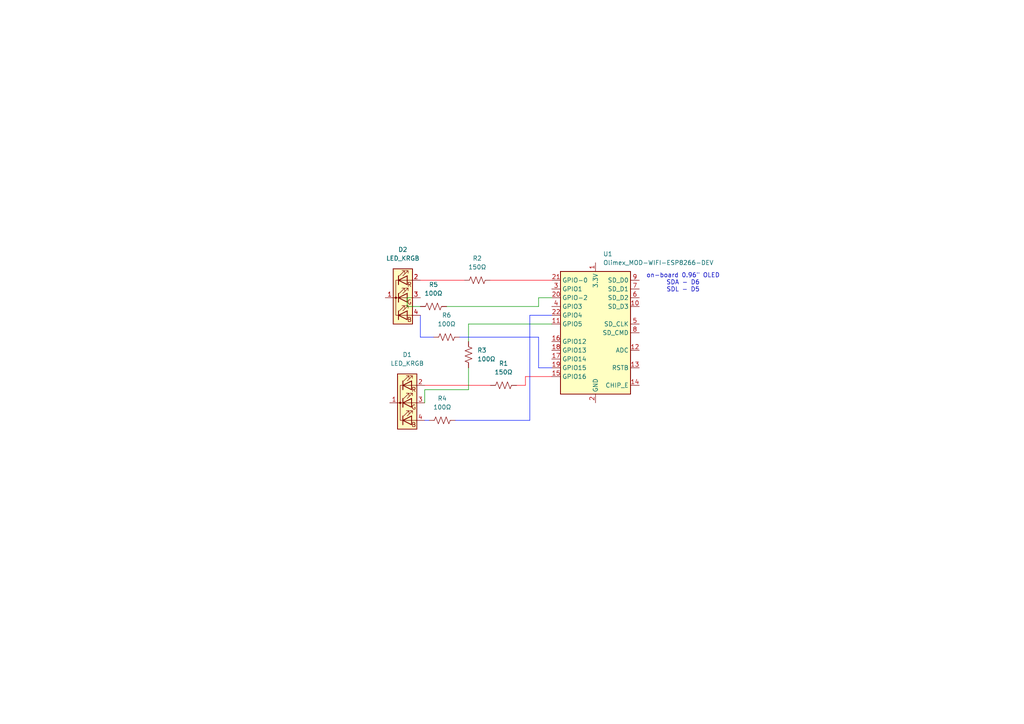
<source format=kicad_sch>
(kicad_sch
	(version 20231120)
	(generator "eeschema")
	(generator_version "8.0")
	(uuid "64004742-e4e4-483d-9bdc-7f12c62527d3")
	(paper "A4")
	(title_block
		(title "Remote LED")
	)
	(lib_symbols
		(symbol "Device:LED_KRGB"
			(pin_names
				(offset 0) hide)
			(exclude_from_sim no)
			(in_bom yes)
			(on_board yes)
			(property "Reference" "D"
				(at 0 9.398 0)
				(effects
					(font
						(size 1.27 1.27)
					)
				)
			)
			(property "Value" "LED_KRGB"
				(at 0 -8.89 0)
				(effects
					(font
						(size 1.27 1.27)
					)
				)
			)
			(property "Footprint" ""
				(at 0 -1.27 0)
				(effects
					(font
						(size 1.27 1.27)
					)
					(hide yes)
				)
			)
			(property "Datasheet" "~"
				(at 0 -1.27 0)
				(effects
					(font
						(size 1.27 1.27)
					)
					(hide yes)
				)
			)
			(property "Description" "RGB LED, cathode/red/green/blue"
				(at 0 0 0)
				(effects
					(font
						(size 1.27 1.27)
					)
					(hide yes)
				)
			)
			(property "ki_keywords" "LED RGB diode"
				(at 0 0 0)
				(effects
					(font
						(size 1.27 1.27)
					)
					(hide yes)
				)
			)
			(property "ki_fp_filters" "LED* LED_SMD:* LED_THT:*"
				(at 0 0 0)
				(effects
					(font
						(size 1.27 1.27)
					)
					(hide yes)
				)
			)
			(symbol "LED_KRGB_0_0"
				(text "B"
					(at 1.905 -6.35 0)
					(effects
						(font
							(size 1.27 1.27)
						)
					)
				)
				(text "G"
					(at 1.905 -1.27 0)
					(effects
						(font
							(size 1.27 1.27)
						)
					)
				)
				(text "R"
					(at 1.905 3.81 0)
					(effects
						(font
							(size 1.27 1.27)
						)
					)
				)
			)
			(symbol "LED_KRGB_0_1"
				(circle
					(center -2.032 0)
					(radius 0.254)
					(stroke
						(width 0)
						(type default)
					)
					(fill
						(type outline)
					)
				)
				(polyline
					(pts
						(xy -1.27 -5.08) (xy 1.27 -5.08)
					)
					(stroke
						(width 0)
						(type default)
					)
					(fill
						(type none)
					)
				)
				(polyline
					(pts
						(xy -1.27 -3.81) (xy -1.27 -6.35)
					)
					(stroke
						(width 0.254)
						(type default)
					)
					(fill
						(type none)
					)
				)
				(polyline
					(pts
						(xy -1.27 0) (xy -2.54 0)
					)
					(stroke
						(width 0)
						(type default)
					)
					(fill
						(type none)
					)
				)
				(polyline
					(pts
						(xy -1.27 1.27) (xy -1.27 -1.27)
					)
					(stroke
						(width 0.254)
						(type default)
					)
					(fill
						(type none)
					)
				)
				(polyline
					(pts
						(xy -1.27 5.08) (xy 1.27 5.08)
					)
					(stroke
						(width 0)
						(type default)
					)
					(fill
						(type none)
					)
				)
				(polyline
					(pts
						(xy -1.27 6.35) (xy -1.27 3.81)
					)
					(stroke
						(width 0.254)
						(type default)
					)
					(fill
						(type none)
					)
				)
				(polyline
					(pts
						(xy 1.27 -5.08) (xy 2.54 -5.08)
					)
					(stroke
						(width 0)
						(type default)
					)
					(fill
						(type none)
					)
				)
				(polyline
					(pts
						(xy 1.27 0) (xy -1.27 0)
					)
					(stroke
						(width 0)
						(type default)
					)
					(fill
						(type none)
					)
				)
				(polyline
					(pts
						(xy 1.27 0) (xy 2.54 0)
					)
					(stroke
						(width 0)
						(type default)
					)
					(fill
						(type none)
					)
				)
				(polyline
					(pts
						(xy 1.27 5.08) (xy 2.54 5.08)
					)
					(stroke
						(width 0)
						(type default)
					)
					(fill
						(type none)
					)
				)
				(polyline
					(pts
						(xy -1.27 1.27) (xy -1.27 -1.27) (xy -1.27 -1.27)
					)
					(stroke
						(width 0)
						(type default)
					)
					(fill
						(type none)
					)
				)
				(polyline
					(pts
						(xy -1.27 6.35) (xy -1.27 3.81) (xy -1.27 3.81)
					)
					(stroke
						(width 0)
						(type default)
					)
					(fill
						(type none)
					)
				)
				(polyline
					(pts
						(xy -1.27 5.08) (xy -2.032 5.08) (xy -2.032 -5.08) (xy -1.016 -5.08)
					)
					(stroke
						(width 0)
						(type default)
					)
					(fill
						(type none)
					)
				)
				(polyline
					(pts
						(xy 1.27 -3.81) (xy 1.27 -6.35) (xy -1.27 -5.08) (xy 1.27 -3.81)
					)
					(stroke
						(width 0.254)
						(type default)
					)
					(fill
						(type none)
					)
				)
				(polyline
					(pts
						(xy 1.27 1.27) (xy 1.27 -1.27) (xy -1.27 0) (xy 1.27 1.27)
					)
					(stroke
						(width 0.254)
						(type default)
					)
					(fill
						(type none)
					)
				)
				(polyline
					(pts
						(xy 1.27 6.35) (xy 1.27 3.81) (xy -1.27 5.08) (xy 1.27 6.35)
					)
					(stroke
						(width 0.254)
						(type default)
					)
					(fill
						(type none)
					)
				)
				(polyline
					(pts
						(xy -1.016 -3.81) (xy 0.508 -2.286) (xy -0.254 -2.286) (xy 0.508 -2.286) (xy 0.508 -3.048)
					)
					(stroke
						(width 0)
						(type default)
					)
					(fill
						(type none)
					)
				)
				(polyline
					(pts
						(xy -1.016 1.27) (xy 0.508 2.794) (xy -0.254 2.794) (xy 0.508 2.794) (xy 0.508 2.032)
					)
					(stroke
						(width 0)
						(type default)
					)
					(fill
						(type none)
					)
				)
				(polyline
					(pts
						(xy -1.016 6.35) (xy 0.508 7.874) (xy -0.254 7.874) (xy 0.508 7.874) (xy 0.508 7.112)
					)
					(stroke
						(width 0)
						(type default)
					)
					(fill
						(type none)
					)
				)
				(polyline
					(pts
						(xy 0 -3.81) (xy 1.524 -2.286) (xy 0.762 -2.286) (xy 1.524 -2.286) (xy 1.524 -3.048)
					)
					(stroke
						(width 0)
						(type default)
					)
					(fill
						(type none)
					)
				)
				(polyline
					(pts
						(xy 0 1.27) (xy 1.524 2.794) (xy 0.762 2.794) (xy 1.524 2.794) (xy 1.524 2.032)
					)
					(stroke
						(width 0)
						(type default)
					)
					(fill
						(type none)
					)
				)
				(polyline
					(pts
						(xy 0 6.35) (xy 1.524 7.874) (xy 0.762 7.874) (xy 1.524 7.874) (xy 1.524 7.112)
					)
					(stroke
						(width 0)
						(type default)
					)
					(fill
						(type none)
					)
				)
				(rectangle
					(start 1.27 -1.27)
					(end 1.27 1.27)
					(stroke
						(width 0)
						(type default)
					)
					(fill
						(type none)
					)
				)
				(rectangle
					(start 1.27 1.27)
					(end 1.27 1.27)
					(stroke
						(width 0)
						(type default)
					)
					(fill
						(type none)
					)
				)
				(rectangle
					(start 1.27 3.81)
					(end 1.27 6.35)
					(stroke
						(width 0)
						(type default)
					)
					(fill
						(type none)
					)
				)
				(rectangle
					(start 1.27 6.35)
					(end 1.27 6.35)
					(stroke
						(width 0)
						(type default)
					)
					(fill
						(type none)
					)
				)
				(rectangle
					(start 2.794 8.382)
					(end -2.794 -7.62)
					(stroke
						(width 0.254)
						(type default)
					)
					(fill
						(type background)
					)
				)
			)
			(symbol "LED_KRGB_1_1"
				(pin passive line
					(at -5.08 0 0)
					(length 2.54)
					(name "K"
						(effects
							(font
								(size 1.27 1.27)
							)
						)
					)
					(number "1"
						(effects
							(font
								(size 1.27 1.27)
							)
						)
					)
				)
				(pin passive line
					(at 5.08 5.08 180)
					(length 2.54)
					(name "RA"
						(effects
							(font
								(size 1.27 1.27)
							)
						)
					)
					(number "2"
						(effects
							(font
								(size 1.27 1.27)
							)
						)
					)
				)
				(pin passive line
					(at 5.08 0 180)
					(length 2.54)
					(name "GA"
						(effects
							(font
								(size 1.27 1.27)
							)
						)
					)
					(number "3"
						(effects
							(font
								(size 1.27 1.27)
							)
						)
					)
				)
				(pin passive line
					(at 5.08 -5.08 180)
					(length 2.54)
					(name "BA"
						(effects
							(font
								(size 1.27 1.27)
							)
						)
					)
					(number "4"
						(effects
							(font
								(size 1.27 1.27)
							)
						)
					)
				)
			)
		)
		(symbol "Device:R_US"
			(pin_numbers hide)
			(pin_names
				(offset 0)
			)
			(exclude_from_sim no)
			(in_bom yes)
			(on_board yes)
			(property "Reference" "R"
				(at 2.54 0 90)
				(effects
					(font
						(size 1.27 1.27)
					)
				)
			)
			(property "Value" "R_US"
				(at -2.54 0 90)
				(effects
					(font
						(size 1.27 1.27)
					)
				)
			)
			(property "Footprint" ""
				(at 1.016 -0.254 90)
				(effects
					(font
						(size 1.27 1.27)
					)
					(hide yes)
				)
			)
			(property "Datasheet" "~"
				(at 0 0 0)
				(effects
					(font
						(size 1.27 1.27)
					)
					(hide yes)
				)
			)
			(property "Description" "Resistor, US symbol"
				(at 0 0 0)
				(effects
					(font
						(size 1.27 1.27)
					)
					(hide yes)
				)
			)
			(property "ki_keywords" "R res resistor"
				(at 0 0 0)
				(effects
					(font
						(size 1.27 1.27)
					)
					(hide yes)
				)
			)
			(property "ki_fp_filters" "R_*"
				(at 0 0 0)
				(effects
					(font
						(size 1.27 1.27)
					)
					(hide yes)
				)
			)
			(symbol "R_US_0_1"
				(polyline
					(pts
						(xy 0 -2.286) (xy 0 -2.54)
					)
					(stroke
						(width 0)
						(type default)
					)
					(fill
						(type none)
					)
				)
				(polyline
					(pts
						(xy 0 2.286) (xy 0 2.54)
					)
					(stroke
						(width 0)
						(type default)
					)
					(fill
						(type none)
					)
				)
				(polyline
					(pts
						(xy 0 -0.762) (xy 1.016 -1.143) (xy 0 -1.524) (xy -1.016 -1.905) (xy 0 -2.286)
					)
					(stroke
						(width 0)
						(type default)
					)
					(fill
						(type none)
					)
				)
				(polyline
					(pts
						(xy 0 0.762) (xy 1.016 0.381) (xy 0 0) (xy -1.016 -0.381) (xy 0 -0.762)
					)
					(stroke
						(width 0)
						(type default)
					)
					(fill
						(type none)
					)
				)
				(polyline
					(pts
						(xy 0 2.286) (xy 1.016 1.905) (xy 0 1.524) (xy -1.016 1.143) (xy 0 0.762)
					)
					(stroke
						(width 0)
						(type default)
					)
					(fill
						(type none)
					)
				)
			)
			(symbol "R_US_1_1"
				(pin passive line
					(at 0 3.81 270)
					(length 1.27)
					(name "~"
						(effects
							(font
								(size 1.27 1.27)
							)
						)
					)
					(number "1"
						(effects
							(font
								(size 1.27 1.27)
							)
						)
					)
				)
				(pin passive line
					(at 0 -3.81 90)
					(length 1.27)
					(name "~"
						(effects
							(font
								(size 1.27 1.27)
							)
						)
					)
					(number "2"
						(effects
							(font
								(size 1.27 1.27)
							)
						)
					)
				)
			)
		)
		(symbol "MCU_Module:Olimex_MOD-WIFI-ESP8266-DEV"
			(exclude_from_sim no)
			(in_bom yes)
			(on_board yes)
			(property "Reference" "U"
				(at 1.27 21.59 0)
				(effects
					(font
						(size 1.27 1.27)
					)
					(justify left)
				)
			)
			(property "Value" "Olimex_MOD-WIFI-ESP8266-DEV"
				(at 1.27 19.05 0)
				(effects
					(font
						(size 1.27 1.27)
					)
					(justify left)
				)
			)
			(property "Footprint" "Module:Olimex_MOD-WIFI-ESP8266-DEV"
				(at 0 -33.02 0)
				(effects
					(font
						(size 1.27 1.27)
					)
					(hide yes)
				)
			)
			(property "Datasheet" "https://raw.githubusercontent.com/OLIMEX/ESP8266/master/HARDWARE/MOD-WIFI-ESP8266-DEV/MOD-WiFi-ESP8266-DEV%20revision%20B2/MOD-WiFi-ESP8266-DEV_Rev_B2.pdf"
				(at 0 -30.48 0)
				(effects
					(font
						(size 1.27 1.27)
					)
					(hide yes)
				)
			)
			(property "Description" "ESP8266 development board"
				(at 0 0 0)
				(effects
					(font
						(size 1.27 1.27)
					)
					(hide yes)
				)
			)
			(property "ki_keywords" "ESP8266"
				(at 0 0 0)
				(effects
					(font
						(size 1.27 1.27)
					)
					(hide yes)
				)
			)
			(property "ki_fp_filters" "*MOD?WIFI?ESP8266?DEV*"
				(at 0 0 0)
				(effects
					(font
						(size 1.27 1.27)
					)
					(hide yes)
				)
			)
			(symbol "Olimex_MOD-WIFI-ESP8266-DEV_0_1"
				(rectangle
					(start -10.16 17.78)
					(end 10.16 -17.78)
					(stroke
						(width 0.254)
						(type default)
					)
					(fill
						(type background)
					)
				)
			)
			(symbol "Olimex_MOD-WIFI-ESP8266-DEV_1_1"
				(pin power_in line
					(at 0 20.32 270)
					(length 2.54)
					(name "3.3V"
						(effects
							(font
								(size 1.27 1.27)
							)
						)
					)
					(number "1"
						(effects
							(font
								(size 1.27 1.27)
							)
						)
					)
				)
				(pin unspecified line
					(at 12.7 7.62 180)
					(length 2.54)
					(name "SD_D3"
						(effects
							(font
								(size 1.27 1.27)
							)
						)
					)
					(number "10"
						(effects
							(font
								(size 1.27 1.27)
							)
						)
					)
				)
				(pin bidirectional line
					(at -12.7 2.54 0)
					(length 2.54)
					(name "GPIO5"
						(effects
							(font
								(size 1.27 1.27)
							)
						)
					)
					(number "11"
						(effects
							(font
								(size 1.27 1.27)
							)
						)
					)
				)
				(pin unspecified line
					(at 12.7 -5.08 180)
					(length 2.54)
					(name "ADC"
						(effects
							(font
								(size 1.27 1.27)
							)
						)
					)
					(number "12"
						(effects
							(font
								(size 1.27 1.27)
							)
						)
					)
				)
				(pin input line
					(at 12.7 -10.16 180)
					(length 2.54)
					(name "RSTB"
						(effects
							(font
								(size 1.27 1.27)
							)
						)
					)
					(number "13"
						(effects
							(font
								(size 1.27 1.27)
							)
						)
					)
				)
				(pin unspecified line
					(at 12.7 -15.24 180)
					(length 2.54)
					(name "CHIP_E"
						(effects
							(font
								(size 1.27 1.27)
							)
						)
					)
					(number "14"
						(effects
							(font
								(size 1.27 1.27)
							)
						)
					)
				)
				(pin bidirectional line
					(at -12.7 -12.7 0)
					(length 2.54)
					(name "GPIO16"
						(effects
							(font
								(size 1.27 1.27)
							)
						)
					)
					(number "15"
						(effects
							(font
								(size 1.27 1.27)
							)
						)
					)
				)
				(pin bidirectional line
					(at -12.7 -2.54 0)
					(length 2.54)
					(name "GPIO12"
						(effects
							(font
								(size 1.27 1.27)
							)
						)
					)
					(number "16"
						(effects
							(font
								(size 1.27 1.27)
							)
						)
					)
				)
				(pin bidirectional line
					(at -12.7 -7.62 0)
					(length 2.54)
					(name "GPIO14"
						(effects
							(font
								(size 1.27 1.27)
							)
						)
					)
					(number "17"
						(effects
							(font
								(size 1.27 1.27)
							)
						)
					)
				)
				(pin bidirectional line
					(at -12.7 -5.08 0)
					(length 2.54)
					(name "GPIO13"
						(effects
							(font
								(size 1.27 1.27)
							)
						)
					)
					(number "18"
						(effects
							(font
								(size 1.27 1.27)
							)
						)
					)
				)
				(pin bidirectional line
					(at -12.7 -10.16 0)
					(length 2.54)
					(name "GPIO15"
						(effects
							(font
								(size 1.27 1.27)
							)
						)
					)
					(number "19"
						(effects
							(font
								(size 1.27 1.27)
							)
						)
					)
				)
				(pin power_in line
					(at 0 -20.32 90)
					(length 2.54)
					(name "GND"
						(effects
							(font
								(size 1.27 1.27)
							)
						)
					)
					(number "2"
						(effects
							(font
								(size 1.27 1.27)
							)
						)
					)
				)
				(pin bidirectional line
					(at -12.7 10.16 0)
					(length 2.54)
					(name "GPIO-2"
						(effects
							(font
								(size 1.27 1.27)
							)
						)
					)
					(number "20"
						(effects
							(font
								(size 1.27 1.27)
							)
						)
					)
				)
				(pin bidirectional line
					(at -12.7 15.24 0)
					(length 2.54)
					(name "GPIO-0"
						(effects
							(font
								(size 1.27 1.27)
							)
						)
					)
					(number "21"
						(effects
							(font
								(size 1.27 1.27)
							)
						)
					)
				)
				(pin bidirectional line
					(at -12.7 5.08 0)
					(length 2.54)
					(name "GPIO4"
						(effects
							(font
								(size 1.27 1.27)
							)
						)
					)
					(number "22"
						(effects
							(font
								(size 1.27 1.27)
							)
						)
					)
				)
				(pin bidirectional line
					(at -12.7 12.7 0)
					(length 2.54)
					(name "GPIO1"
						(effects
							(font
								(size 1.27 1.27)
							)
						)
					)
					(number "3"
						(effects
							(font
								(size 1.27 1.27)
							)
						)
					)
				)
				(pin bidirectional line
					(at -12.7 7.62 0)
					(length 2.54)
					(name "GPIO3"
						(effects
							(font
								(size 1.27 1.27)
							)
						)
					)
					(number "4"
						(effects
							(font
								(size 1.27 1.27)
							)
						)
					)
				)
				(pin unspecified line
					(at 12.7 2.54 180)
					(length 2.54)
					(name "SD_CLK"
						(effects
							(font
								(size 1.27 1.27)
							)
						)
					)
					(number "5"
						(effects
							(font
								(size 1.27 1.27)
							)
						)
					)
				)
				(pin unspecified line
					(at 12.7 10.16 180)
					(length 2.54)
					(name "SD_D2"
						(effects
							(font
								(size 1.27 1.27)
							)
						)
					)
					(number "6"
						(effects
							(font
								(size 1.27 1.27)
							)
						)
					)
				)
				(pin unspecified line
					(at 12.7 12.7 180)
					(length 2.54)
					(name "SD_D1"
						(effects
							(font
								(size 1.27 1.27)
							)
						)
					)
					(number "7"
						(effects
							(font
								(size 1.27 1.27)
							)
						)
					)
				)
				(pin unspecified line
					(at 12.7 0 180)
					(length 2.54)
					(name "SD_CMD"
						(effects
							(font
								(size 1.27 1.27)
							)
						)
					)
					(number "8"
						(effects
							(font
								(size 1.27 1.27)
							)
						)
					)
				)
				(pin unspecified line
					(at 12.7 15.24 180)
					(length 2.54)
					(name "SD_D0"
						(effects
							(font
								(size 1.27 1.27)
							)
						)
					)
					(number "9"
						(effects
							(font
								(size 1.27 1.27)
							)
						)
					)
				)
			)
		)
	)
	(wire
		(pts
			(xy 125.73 97.79) (xy 121.92 97.79)
		)
		(stroke
			(width 0)
			(type default)
			(color 0 19 255 1)
		)
		(uuid "06c99155-7de2-4d2f-94b3-7102347806f5")
	)
	(wire
		(pts
			(xy 156.21 106.68) (xy 160.02 106.68)
		)
		(stroke
			(width 0)
			(type default)
			(color 0 19 255 1)
		)
		(uuid "0b1ff994-0feb-4065-b5db-a2cfcec0c31f")
	)
	(wire
		(pts
			(xy 156.21 97.79) (xy 156.21 106.68)
		)
		(stroke
			(width 0)
			(type default)
			(color 0 19 255 1)
		)
		(uuid "0e71e2fe-eafd-4562-896c-b90ff76e31df")
	)
	(wire
		(pts
			(xy 135.89 93.98) (xy 160.02 93.98)
		)
		(stroke
			(width 0)
			(type default)
		)
		(uuid "159cb1ab-ec08-4bb0-8e4e-35649bd8f3a8")
	)
	(wire
		(pts
			(xy 152.4 111.76) (xy 152.4 109.22)
		)
		(stroke
			(width 0)
			(type default)
			(color 255 0 19 1)
		)
		(uuid "16e122cb-4e22-45fc-bfe8-05f0e7a3a955")
	)
	(wire
		(pts
			(xy 135.89 93.98) (xy 135.89 99.06)
		)
		(stroke
			(width 0)
			(type default)
		)
		(uuid "329cdac1-51b8-46b1-93b3-74c18d1862d3")
	)
	(wire
		(pts
			(xy 152.4 109.22) (xy 160.02 109.22)
		)
		(stroke
			(width 0)
			(type default)
			(color 255 0 19 1)
		)
		(uuid "39fe96ac-7a71-4ae1-a4e5-747a6aa019da")
	)
	(wire
		(pts
			(xy 123.19 111.76) (xy 142.24 111.76)
		)
		(stroke
			(width 0)
			(type default)
			(color 255 0 19 1)
		)
		(uuid "3a557a6e-cc4d-47b6-b7fa-f1ef1e2b0a55")
	)
	(wire
		(pts
			(xy 142.24 81.28) (xy 160.02 81.28)
		)
		(stroke
			(width 0)
			(type default)
			(color 255 0 19 1)
		)
		(uuid "48387173-60ac-41b7-bf64-529a87c2ab5b")
	)
	(wire
		(pts
			(xy 153.67 91.44) (xy 153.67 121.92)
		)
		(stroke
			(width 0)
			(type default)
			(color 0 19 255 1)
		)
		(uuid "569b6b22-6d36-4f88-92a1-5df1fd1dc695")
	)
	(wire
		(pts
			(xy 132.08 121.92) (xy 153.67 121.92)
		)
		(stroke
			(width 0)
			(type default)
			(color 0 19 255 1)
		)
		(uuid "5b098dad-9da6-4312-96b7-704e308d5d2e")
	)
	(wire
		(pts
			(xy 123.19 113.03) (xy 123.19 116.84)
		)
		(stroke
			(width 0)
			(type default)
		)
		(uuid "5e023bf6-1b1b-4664-b48a-b0f068d16015")
	)
	(wire
		(pts
			(xy 121.92 97.79) (xy 121.92 91.44)
		)
		(stroke
			(width 0)
			(type default)
			(color 0 19 255 1)
		)
		(uuid "6055c292-17fe-4dd9-af65-251bd6fe0338")
	)
	(wire
		(pts
			(xy 124.46 121.92) (xy 123.19 121.92)
		)
		(stroke
			(width 0)
			(type default)
			(color 0 19 255 1)
		)
		(uuid "6a222b63-ebee-4172-8603-e45876d58ea3")
	)
	(wire
		(pts
			(xy 156.21 88.9) (xy 156.21 86.36)
		)
		(stroke
			(width 0)
			(type default)
		)
		(uuid "7efc1703-37b2-4854-9ab8-e798b3f293dd")
	)
	(wire
		(pts
			(xy 156.21 86.36) (xy 160.02 86.36)
		)
		(stroke
			(width 0)
			(type default)
		)
		(uuid "86780903-4c75-4913-bf1e-23f6f93d4d5d")
	)
	(wire
		(pts
			(xy 133.35 97.79) (xy 156.21 97.79)
		)
		(stroke
			(width 0)
			(type default)
			(color 0 19 255 1)
		)
		(uuid "8bc3345c-052b-49ac-85e7-fd8aa3ac185a")
	)
	(wire
		(pts
			(xy 121.92 88.9) (xy 118.11 88.9)
		)
		(stroke
			(width 0)
			(type default)
		)
		(uuid "92391384-1885-4793-a9cf-16730dc7ea95")
	)
	(wire
		(pts
			(xy 118.11 88.9) (xy 118.11 86.36)
		)
		(stroke
			(width 0)
			(type default)
		)
		(uuid "b0638243-78c0-44e1-8c2f-53ca8e1ca004")
	)
	(wire
		(pts
			(xy 118.11 86.36) (xy 121.92 86.36)
		)
		(stroke
			(width 0)
			(type default)
		)
		(uuid "b1a122f6-dc51-4947-9a31-cb28683df086")
	)
	(wire
		(pts
			(xy 129.54 88.9) (xy 156.21 88.9)
		)
		(stroke
			(width 0)
			(type default)
		)
		(uuid "b2cfd806-ecbf-4dba-adfb-9c1c4c92283f")
	)
	(wire
		(pts
			(xy 135.89 113.03) (xy 123.19 113.03)
		)
		(stroke
			(width 0)
			(type default)
		)
		(uuid "c8e54817-b94d-443d-b11b-f0a18a7f2045")
	)
	(wire
		(pts
			(xy 149.86 111.76) (xy 152.4 111.76)
		)
		(stroke
			(width 0)
			(type default)
			(color 255 0 19 1)
		)
		(uuid "d9369f62-7cfb-43f6-b722-ff99844b75bd")
	)
	(wire
		(pts
			(xy 153.67 91.44) (xy 160.02 91.44)
		)
		(stroke
			(width 0)
			(type default)
			(color 0 19 255 1)
		)
		(uuid "dfa95707-08e4-4411-9ee6-a60dc0e801c8")
	)
	(wire
		(pts
			(xy 121.92 81.28) (xy 134.62 81.28)
		)
		(stroke
			(width 0)
			(type default)
			(color 255 0 19 1)
		)
		(uuid "f257da99-fd56-4f23-a589-b1a28ca46d05")
	)
	(wire
		(pts
			(xy 135.89 106.68) (xy 135.89 113.03)
		)
		(stroke
			(width 0)
			(type default)
		)
		(uuid "f941713c-3042-4ee9-a66f-896dc11d1871")
	)
	(text "on-board 0.96\" OLED\nSDA - D6\nSDL - D5"
		(exclude_from_sim no)
		(at 198.12 82.042 0)
		(effects
			(font
				(size 1.27 1.27)
			)
		)
		(uuid "d59c6047-920f-48f1-9199-b96ec03e5898")
	)
	(symbol
		(lib_id "Device:R_US")
		(at 125.73 88.9 270)
		(unit 1)
		(exclude_from_sim no)
		(in_bom yes)
		(on_board yes)
		(dnp no)
		(fields_autoplaced yes)
		(uuid "219dd2c5-6644-4fe3-bbeb-1e31891e1e3f")
		(property "Reference" "R5"
			(at 125.73 82.55 90)
			(effects
				(font
					(size 1.27 1.27)
				)
			)
		)
		(property "Value" "100Ω"
			(at 125.73 85.09 90)
			(effects
				(font
					(size 1.27 1.27)
				)
			)
		)
		(property "Footprint" ""
			(at 125.476 89.916 90)
			(effects
				(font
					(size 1.27 1.27)
				)
				(hide yes)
			)
		)
		(property "Datasheet" "~"
			(at 125.73 88.9 0)
			(effects
				(font
					(size 1.27 1.27)
				)
				(hide yes)
			)
		)
		(property "Description" "Resistor, US symbol"
			(at 125.73 88.9 0)
			(effects
				(font
					(size 1.27 1.27)
				)
				(hide yes)
			)
		)
		(pin "1"
			(uuid "293a9e33-6977-4ae0-9b20-d61301462f9a")
		)
		(pin "2"
			(uuid "07156040-03b0-44de-bfd9-11a9cb424e4c")
		)
		(instances
			(project "Remote_LED"
				(path "/64004742-e4e4-483d-9bdc-7f12c62527d3"
					(reference "R5")
					(unit 1)
				)
			)
		)
	)
	(symbol
		(lib_id "Device:R_US")
		(at 128.27 121.92 270)
		(unit 1)
		(exclude_from_sim no)
		(in_bom yes)
		(on_board yes)
		(dnp no)
		(fields_autoplaced yes)
		(uuid "30afa3ee-cbbb-472f-9e88-3a9323c37bd9")
		(property "Reference" "R4"
			(at 128.27 115.57 90)
			(effects
				(font
					(size 1.27 1.27)
				)
			)
		)
		(property "Value" "100Ω"
			(at 128.27 118.11 90)
			(effects
				(font
					(size 1.27 1.27)
				)
			)
		)
		(property "Footprint" ""
			(at 128.016 122.936 90)
			(effects
				(font
					(size 1.27 1.27)
				)
				(hide yes)
			)
		)
		(property "Datasheet" "~"
			(at 128.27 121.92 0)
			(effects
				(font
					(size 1.27 1.27)
				)
				(hide yes)
			)
		)
		(property "Description" "Resistor, US symbol"
			(at 128.27 121.92 0)
			(effects
				(font
					(size 1.27 1.27)
				)
				(hide yes)
			)
		)
		(pin "1"
			(uuid "d7dd71e7-26c4-46ea-9176-d037c42118e5")
		)
		(pin "2"
			(uuid "4df7302e-9c25-4299-bdae-c7005b3514ad")
		)
		(instances
			(project "Remote_LED"
				(path "/64004742-e4e4-483d-9bdc-7f12c62527d3"
					(reference "R4")
					(unit 1)
				)
			)
		)
	)
	(symbol
		(lib_id "Device:LED_KRGB")
		(at 116.84 86.36 0)
		(unit 1)
		(exclude_from_sim no)
		(in_bom yes)
		(on_board yes)
		(dnp no)
		(fields_autoplaced yes)
		(uuid "32091b4e-c34a-46b7-b1da-20c779f3c858")
		(property "Reference" "D2"
			(at 116.84 72.39 0)
			(effects
				(font
					(size 1.27 1.27)
				)
			)
		)
		(property "Value" "LED_KRGB"
			(at 116.84 74.93 0)
			(effects
				(font
					(size 1.27 1.27)
				)
			)
		)
		(property "Footprint" ""
			(at 116.84 87.63 0)
			(effects
				(font
					(size 1.27 1.27)
				)
				(hide yes)
			)
		)
		(property "Datasheet" "~"
			(at 116.84 87.63 0)
			(effects
				(font
					(size 1.27 1.27)
				)
				(hide yes)
			)
		)
		(property "Description" "RGB LED, cathode/red/green/blue"
			(at 116.84 86.36 0)
			(effects
				(font
					(size 1.27 1.27)
				)
				(hide yes)
			)
		)
		(pin "2"
			(uuid "fba00b1c-7c65-493b-9617-da1fafc315bf")
		)
		(pin "4"
			(uuid "55380b71-f35c-48c8-a80d-e081b578baff")
		)
		(pin "1"
			(uuid "6902733d-6396-414e-a8b7-824e22f1ea3c")
		)
		(pin "3"
			(uuid "391e6833-c748-49be-8fdf-5a476d9528df")
		)
		(instances
			(project "Remote_LED"
				(path "/64004742-e4e4-483d-9bdc-7f12c62527d3"
					(reference "D2")
					(unit 1)
				)
			)
		)
	)
	(symbol
		(lib_id "Device:R_US")
		(at 138.43 81.28 270)
		(unit 1)
		(exclude_from_sim no)
		(in_bom yes)
		(on_board yes)
		(dnp no)
		(fields_autoplaced yes)
		(uuid "336f63f3-9efa-4def-88f0-270b0a04d202")
		(property "Reference" "R2"
			(at 138.43 74.93 90)
			(effects
				(font
					(size 1.27 1.27)
				)
			)
		)
		(property "Value" "150Ω"
			(at 138.43 77.47 90)
			(effects
				(font
					(size 1.27 1.27)
				)
			)
		)
		(property "Footprint" ""
			(at 138.176 82.296 90)
			(effects
				(font
					(size 1.27 1.27)
				)
				(hide yes)
			)
		)
		(property "Datasheet" "~"
			(at 138.43 81.28 0)
			(effects
				(font
					(size 1.27 1.27)
				)
				(hide yes)
			)
		)
		(property "Description" "Resistor, US symbol"
			(at 138.43 81.28 0)
			(effects
				(font
					(size 1.27 1.27)
				)
				(hide yes)
			)
		)
		(pin "1"
			(uuid "2127bd84-9d2b-4715-a075-8c702ec1e7e0")
		)
		(pin "2"
			(uuid "9b6a7389-d4d2-443d-85fb-0e3539082240")
		)
		(instances
			(project "Remote_LED"
				(path "/64004742-e4e4-483d-9bdc-7f12c62527d3"
					(reference "R2")
					(unit 1)
				)
			)
		)
	)
	(symbol
		(lib_id "Device:R_US")
		(at 129.54 97.79 270)
		(unit 1)
		(exclude_from_sim no)
		(in_bom yes)
		(on_board yes)
		(dnp no)
		(fields_autoplaced yes)
		(uuid "7c17c484-500e-4de1-aa88-2560afb185fd")
		(property "Reference" "R6"
			(at 129.54 91.44 90)
			(effects
				(font
					(size 1.27 1.27)
				)
			)
		)
		(property "Value" "100Ω"
			(at 129.54 93.98 90)
			(effects
				(font
					(size 1.27 1.27)
				)
			)
		)
		(property "Footprint" ""
			(at 129.286 98.806 90)
			(effects
				(font
					(size 1.27 1.27)
				)
				(hide yes)
			)
		)
		(property "Datasheet" "~"
			(at 129.54 97.79 0)
			(effects
				(font
					(size 1.27 1.27)
				)
				(hide yes)
			)
		)
		(property "Description" "Resistor, US symbol"
			(at 129.54 97.79 0)
			(effects
				(font
					(size 1.27 1.27)
				)
				(hide yes)
			)
		)
		(pin "1"
			(uuid "d9e04903-0ce8-4e72-ad31-4eca13875eb8")
		)
		(pin "2"
			(uuid "e74d30e4-63c9-48ec-94b2-5ef3f4e604f6")
		)
		(instances
			(project "Remote_LED"
				(path "/64004742-e4e4-483d-9bdc-7f12c62527d3"
					(reference "R6")
					(unit 1)
				)
			)
		)
	)
	(symbol
		(lib_id "MCU_Module:Olimex_MOD-WIFI-ESP8266-DEV")
		(at 172.72 96.52 0)
		(unit 1)
		(exclude_from_sim no)
		(in_bom yes)
		(on_board yes)
		(dnp no)
		(fields_autoplaced yes)
		(uuid "904353f2-06c9-44b5-817d-31c9a17af321")
		(property "Reference" "U1"
			(at 174.9141 73.66 0)
			(effects
				(font
					(size 1.27 1.27)
				)
				(justify left)
			)
		)
		(property "Value" "Olimex_MOD-WIFI-ESP8266-DEV"
			(at 174.9141 76.2 0)
			(effects
				(font
					(size 1.27 1.27)
				)
				(justify left)
			)
		)
		(property "Footprint" "Module:Olimex_MOD-WIFI-ESP8266-DEV"
			(at 172.72 129.54 0)
			(effects
				(font
					(size 1.27 1.27)
				)
				(hide yes)
			)
		)
		(property "Datasheet" "https://raw.githubusercontent.com/OLIMEX/ESP8266/master/HARDWARE/MOD-WIFI-ESP8266-DEV/MOD-WiFi-ESP8266-DEV%20revision%20B2/MOD-WiFi-ESP8266-DEV_Rev_B2.pdf"
			(at 172.72 127 0)
			(effects
				(font
					(size 1.27 1.27)
				)
				(hide yes)
			)
		)
		(property "Description" "ESP8266 development board"
			(at 172.72 96.52 0)
			(effects
				(font
					(size 1.27 1.27)
				)
				(hide yes)
			)
		)
		(pin "11"
			(uuid "aee122f6-c591-4a8e-b08f-2f61f52349f9")
		)
		(pin "2"
			(uuid "571f7e92-f744-4878-9a2d-018a4d83ebd6")
		)
		(pin "22"
			(uuid "69637e5d-6c42-4cd6-a6fe-ec9076395538")
		)
		(pin "3"
			(uuid "a13c3c22-420a-4453-be75-9854fd06583c")
		)
		(pin "18"
			(uuid "ee68176c-c2ed-4aab-9163-d74836ae2dbf")
		)
		(pin "5"
			(uuid "688143a3-3eab-40e3-ac00-124b4dd05d69")
		)
		(pin "17"
			(uuid "22e8a061-1da2-4d01-b18b-4800aff47963")
		)
		(pin "10"
			(uuid "ae3d847c-0502-45ee-ba1b-302f2beed90f")
		)
		(pin "6"
			(uuid "6e5422ee-b278-44ed-85bf-e9709018e170")
		)
		(pin "1"
			(uuid "991f80b6-a03f-4879-b6f0-69cd8ef44341")
		)
		(pin "14"
			(uuid "67173c34-bd0f-46be-bc1e-34cc09e2ee47")
		)
		(pin "21"
			(uuid "e070eb4c-dd1a-456e-8487-f81326b36683")
		)
		(pin "15"
			(uuid "080c6461-d896-4415-a85a-b7fda4644ca1")
		)
		(pin "9"
			(uuid "43896d8b-be3c-4445-9620-cf72a19c2465")
		)
		(pin "7"
			(uuid "d241d25d-effd-4a00-810d-b06f4bc4e46f")
		)
		(pin "20"
			(uuid "d3170bdb-4835-478f-aa74-04cc2482b534")
		)
		(pin "4"
			(uuid "714ad7ee-3a42-48bf-9f0a-d94b5f8b5ce8")
		)
		(pin "8"
			(uuid "269f7610-a1d0-424f-8864-3555f8d61c17")
		)
		(pin "13"
			(uuid "9a391d53-d516-4075-abd9-b8e686429ea2")
		)
		(pin "16"
			(uuid "6785663a-20a1-477a-bf80-5de989c8cc53")
		)
		(pin "12"
			(uuid "1604e11d-e290-48b8-adb9-7908db41e1b7")
		)
		(pin "19"
			(uuid "7f15f7d0-024a-4b15-8c56-d43ac2d9ff19")
		)
		(instances
			(project ""
				(path "/64004742-e4e4-483d-9bdc-7f12c62527d3"
					(reference "U1")
					(unit 1)
				)
			)
		)
	)
	(symbol
		(lib_id "Device:R_US")
		(at 146.05 111.76 270)
		(unit 1)
		(exclude_from_sim no)
		(in_bom yes)
		(on_board yes)
		(dnp no)
		(fields_autoplaced yes)
		(uuid "914953fc-45f8-4cba-9f27-7faeb26aad6d")
		(property "Reference" "R1"
			(at 146.05 105.41 90)
			(effects
				(font
					(size 1.27 1.27)
				)
			)
		)
		(property "Value" "150Ω"
			(at 146.05 107.95 90)
			(effects
				(font
					(size 1.27 1.27)
				)
			)
		)
		(property "Footprint" ""
			(at 145.796 112.776 90)
			(effects
				(font
					(size 1.27 1.27)
				)
				(hide yes)
			)
		)
		(property "Datasheet" "~"
			(at 146.05 111.76 0)
			(effects
				(font
					(size 1.27 1.27)
				)
				(hide yes)
			)
		)
		(property "Description" "Resistor, US symbol"
			(at 146.05 111.76 0)
			(effects
				(font
					(size 1.27 1.27)
				)
				(hide yes)
			)
		)
		(pin "1"
			(uuid "9c4ce723-e558-4afd-930f-d888ec6557fd")
		)
		(pin "2"
			(uuid "4b243fea-7780-4a5c-8065-99f94db1dea1")
		)
		(instances
			(project ""
				(path "/64004742-e4e4-483d-9bdc-7f12c62527d3"
					(reference "R1")
					(unit 1)
				)
			)
		)
	)
	(symbol
		(lib_id "Device:LED_KRGB")
		(at 118.11 116.84 0)
		(unit 1)
		(exclude_from_sim no)
		(in_bom yes)
		(on_board yes)
		(dnp no)
		(fields_autoplaced yes)
		(uuid "94183d09-98a2-49b8-9602-cf79dd77ac0b")
		(property "Reference" "D1"
			(at 118.11 102.87 0)
			(effects
				(font
					(size 1.27 1.27)
				)
			)
		)
		(property "Value" "LED_KRGB"
			(at 118.11 105.41 0)
			(effects
				(font
					(size 1.27 1.27)
				)
			)
		)
		(property "Footprint" ""
			(at 118.11 118.11 0)
			(effects
				(font
					(size 1.27 1.27)
				)
				(hide yes)
			)
		)
		(property "Datasheet" "~"
			(at 118.11 118.11 0)
			(effects
				(font
					(size 1.27 1.27)
				)
				(hide yes)
			)
		)
		(property "Description" "RGB LED, cathode/red/green/blue"
			(at 118.11 116.84 0)
			(effects
				(font
					(size 1.27 1.27)
				)
				(hide yes)
			)
		)
		(pin "2"
			(uuid "235c3d27-bd30-48d2-9393-5e45050c6b29")
		)
		(pin "4"
			(uuid "1278d7c5-622e-49f6-9e71-1ec0189f0def")
		)
		(pin "1"
			(uuid "17ef38c5-248e-4900-80aa-bda56a69bf9b")
		)
		(pin "3"
			(uuid "9af68055-fe92-4c0a-a32c-25c174e16575")
		)
		(instances
			(project ""
				(path "/64004742-e4e4-483d-9bdc-7f12c62527d3"
					(reference "D1")
					(unit 1)
				)
			)
		)
	)
	(symbol
		(lib_id "Device:R_US")
		(at 135.89 102.87 180)
		(unit 1)
		(exclude_from_sim no)
		(in_bom yes)
		(on_board yes)
		(dnp no)
		(fields_autoplaced yes)
		(uuid "a8ff6147-b095-41ba-9700-29ef6e6af1a8")
		(property "Reference" "R3"
			(at 138.43 101.5999 0)
			(effects
				(font
					(size 1.27 1.27)
				)
				(justify right)
			)
		)
		(property "Value" "100Ω"
			(at 138.43 104.1399 0)
			(effects
				(font
					(size 1.27 1.27)
				)
				(justify right)
			)
		)
		(property "Footprint" ""
			(at 134.874 102.616 90)
			(effects
				(font
					(size 1.27 1.27)
				)
				(hide yes)
			)
		)
		(property "Datasheet" "~"
			(at 135.89 102.87 0)
			(effects
				(font
					(size 1.27 1.27)
				)
				(hide yes)
			)
		)
		(property "Description" "Resistor, US symbol"
			(at 135.89 102.87 0)
			(effects
				(font
					(size 1.27 1.27)
				)
				(hide yes)
			)
		)
		(pin "1"
			(uuid "797214ba-6a49-402c-a4a1-adc5263e05d0")
		)
		(pin "2"
			(uuid "93d5a3fe-b57b-45af-95b3-8b69a29cc55e")
		)
		(instances
			(project "Remote_LED"
				(path "/64004742-e4e4-483d-9bdc-7f12c62527d3"
					(reference "R3")
					(unit 1)
				)
			)
		)
	)
	(sheet_instances
		(path "/"
			(page "1")
		)
	)
)

</source>
